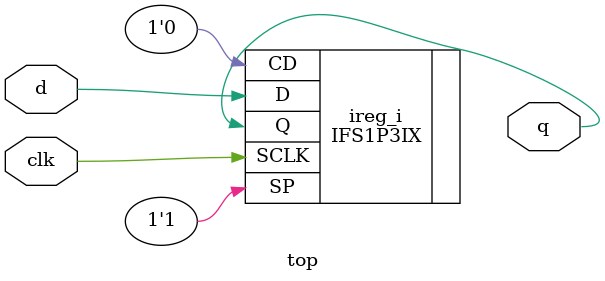
<source format=v>
module top(input clk, input d, output q);
	IFS1P3IX ireg_i (.D(d), .SCLK(clk), .SP(1'b1), .CD(1'b0), 
.Q(q));
endmodule


</source>
